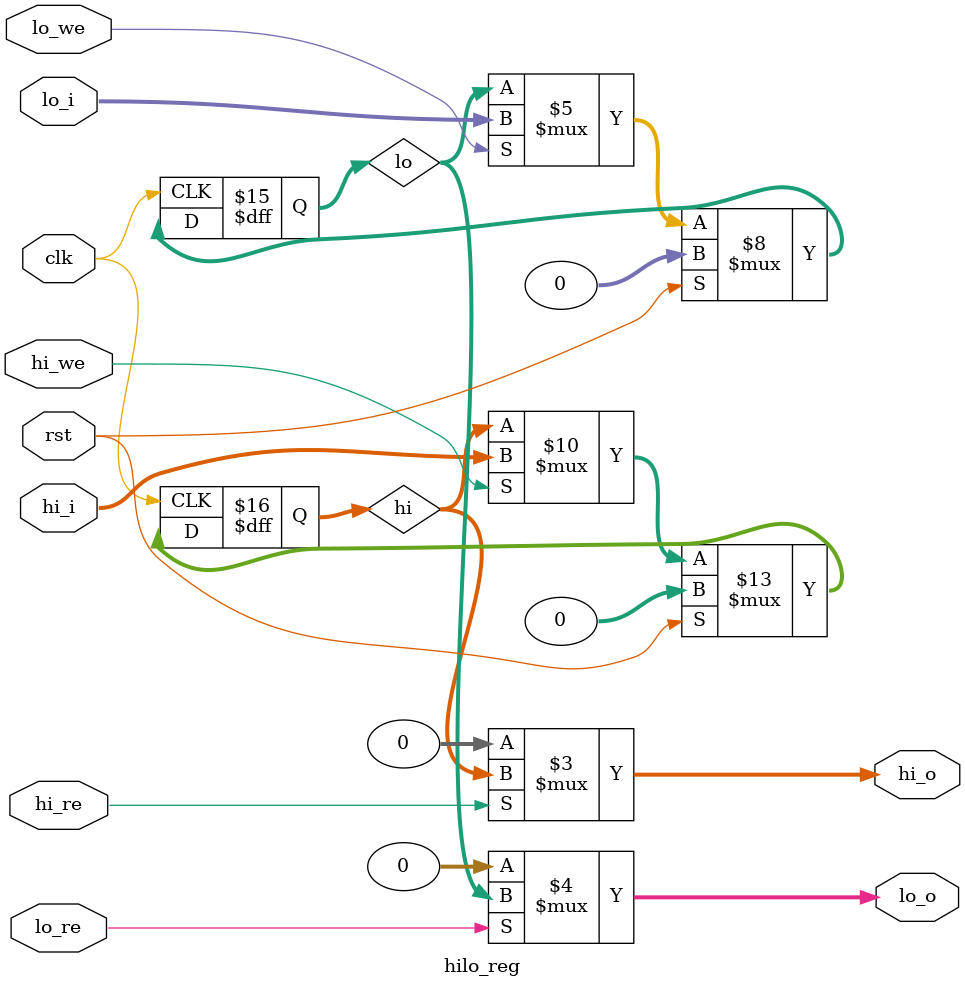
<source format=v>
`include "lib/defines.vh"
module hilo_reg(
    input wire clk,
    input wire rst,
    // write
    input wire hi_we,
    input wire lo_we,
    input wire [31:0]hi_i,
    input wire [31:0]lo_i,
    // read
    input wire hi_re,
    input wire lo_re,
    output wire [31:0] hi_o,
    output wire [31:0] lo_o
);

    reg [31:0] hi, lo;
    always @ (posedge clk) begin
        if (rst) begin
            hi <= 32'b0;
        end
        else if (hi_we) begin
            hi <= hi_i;
        end
    end

    always @ (posedge clk) begin
        if (rst) begin
            lo <= 32'b0;
        end
        else if (lo_we) begin
            lo <= lo_i;
        end
    end

    assign hi_o = hi_re ? hi : 32'b0;
    assign lo_o = lo_re ? lo : 32'b0;

endmodule
</source>
